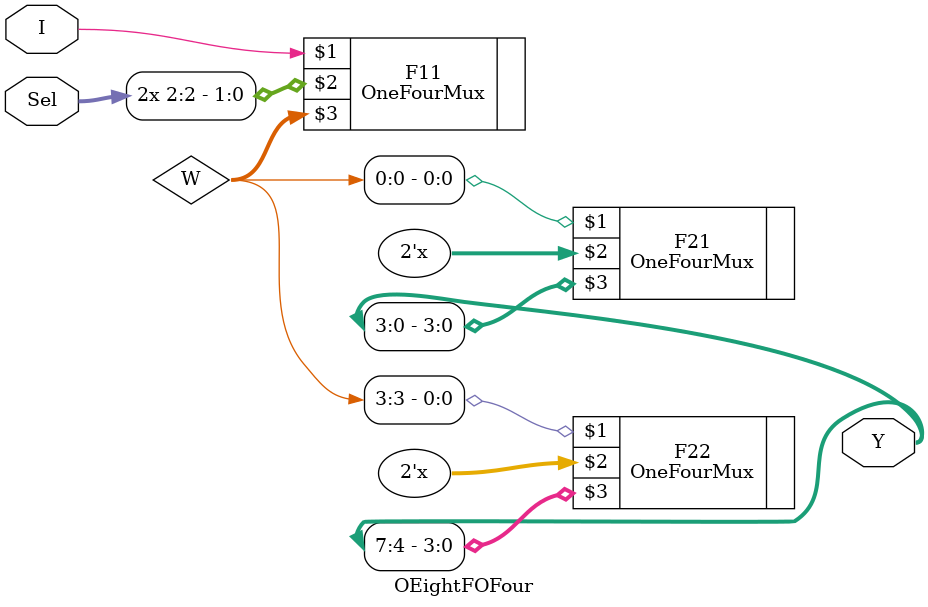
<source format=v>
`include "../OneFourMUX/module.v"


module OEightFOFour (
    input I,
    input [2:0] Sel,
    output [7:0] Y
);

  wire [3:0] W;
  OneFourMux F11 (
      I,
      {Sel[2], Sel[2]},
      W
  );
  OneFourMux F21 (
      W[0],
      S[1:0],
      Y[3:0]
  );
  OneFourMux F22 (
      W[3],
      S[1:0],
      Y[7:4]
  );


endmodule

</source>
